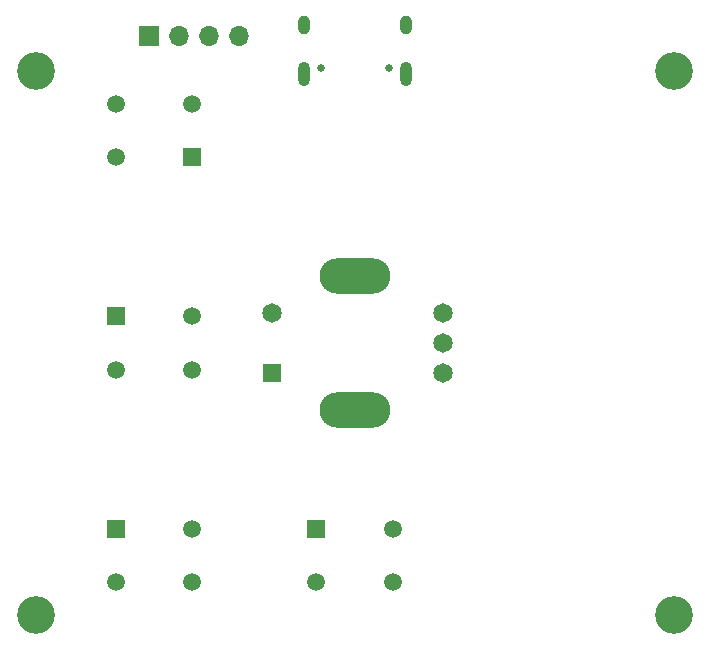
<source format=gbs>
G04 #@! TF.GenerationSoftware,KiCad,Pcbnew,(6.0.6-0)*
G04 #@! TF.CreationDate,2022-08-07T21:52:44+01:00*
G04 #@! TF.ProjectId,Spinny,5370696e-6e79-42e6-9b69-6361645f7063,rev?*
G04 #@! TF.SameCoordinates,Original*
G04 #@! TF.FileFunction,Soldermask,Bot*
G04 #@! TF.FilePolarity,Negative*
%FSLAX46Y46*%
G04 Gerber Fmt 4.6, Leading zero omitted, Abs format (unit mm)*
G04 Created by KiCad (PCBNEW (6.0.6-0)) date 2022-08-07 21:52:44*
%MOMM*%
%LPD*%
G01*
G04 APERTURE LIST*
%ADD10R,1.508000X1.508000*%
%ADD11C,1.508000*%
%ADD12C,3.200000*%
%ADD13R,1.650000X1.650000*%
%ADD14C,1.650000*%
%ADD15O,6.000000X3.000000*%
%ADD16C,0.650000*%
%ADD17O,1.000000X2.100000*%
%ADD18O,1.000000X1.600000*%
%ADD19R,1.700000X1.700000*%
%ADD20O,1.700000X1.700000*%
G04 APERTURE END LIST*
D10*
G04 #@! TO.C,SW2*
X129750000Y-97750000D03*
D11*
X136250000Y-97750000D03*
X136250000Y-102250000D03*
X129750000Y-102250000D03*
G04 #@! TD*
G04 #@! TO.C,SW3*
X136250000Y-115750000D03*
D10*
X129750000Y-115750000D03*
D11*
X136250000Y-120250000D03*
X129750000Y-120250000D03*
G04 #@! TD*
D12*
G04 #@! TO.C,H3*
X123000000Y-123000000D03*
G04 #@! TD*
D13*
G04 #@! TO.C,MT1*
X143000000Y-102500000D03*
D14*
X143000000Y-97500000D03*
X157500000Y-102500000D03*
X157500000Y-97500000D03*
X157500000Y-100000000D03*
D15*
X150000000Y-105700000D03*
X150000000Y-94300000D03*
G04 #@! TD*
D11*
G04 #@! TO.C,SW1*
X129750000Y-84250000D03*
D10*
X136250000Y-84250000D03*
D11*
X136250000Y-79750000D03*
X129750000Y-79750000D03*
G04 #@! TD*
D12*
G04 #@! TO.C,H2*
X177000000Y-77000000D03*
G04 #@! TD*
D16*
G04 #@! TO.C,J1*
X152890000Y-76730000D03*
X147110000Y-76730000D03*
D17*
X145680000Y-77260000D03*
X154320000Y-77260000D03*
D18*
X145680000Y-73080000D03*
X154320000Y-73080000D03*
G04 #@! TD*
D12*
G04 #@! TO.C,H1*
X123000000Y-77000000D03*
G04 #@! TD*
G04 #@! TO.C,H4*
X177000000Y-123000000D03*
G04 #@! TD*
D19*
G04 #@! TO.C,J2*
X132600000Y-73990000D03*
D20*
X135140000Y-73990000D03*
X137680000Y-73990000D03*
X140220000Y-73990000D03*
G04 #@! TD*
D10*
G04 #@! TO.C,SW4*
X146750000Y-115750000D03*
D11*
X153250000Y-115750000D03*
X153250000Y-120250000D03*
X146750000Y-120250000D03*
G04 #@! TD*
M02*

</source>
